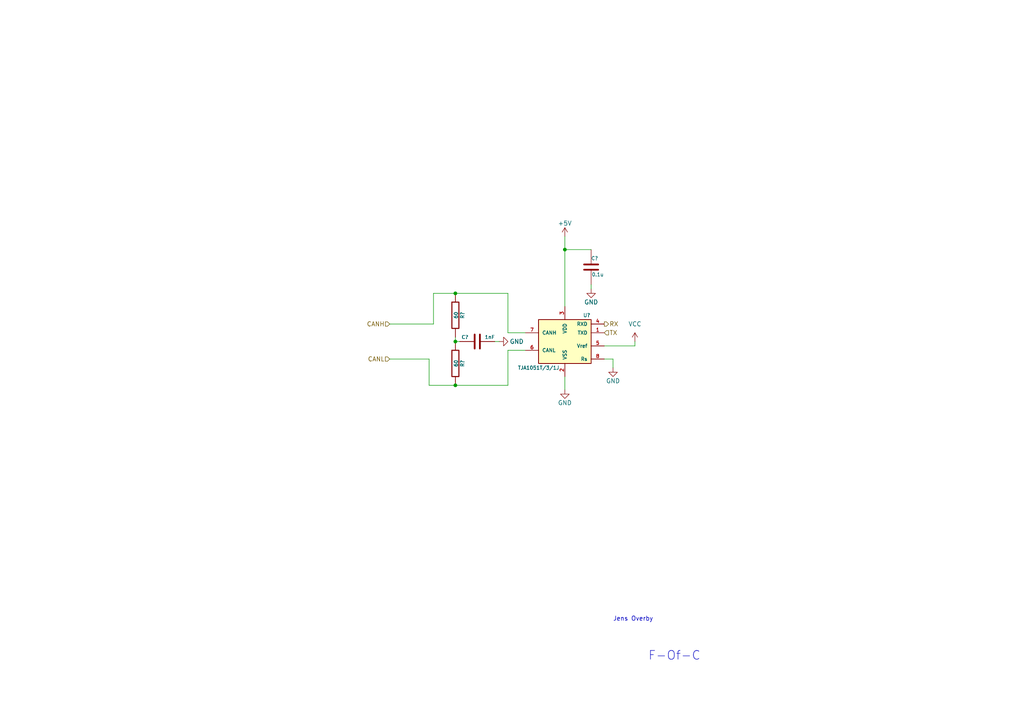
<source format=kicad_sch>
(kicad_sch (version 20211123) (generator eeschema)
  (paper "A4")
  (lib_symbols
    (symbol "BLDC_4-rescue:+5V" (power) (pin_names (offset 0))
      (property "Value" "+5V" (at 0 3.556 0))
      (symbol "+5V_0_1"
        (polyline (pts (xy -0.762 1.27) (xy 0 2.54)))
        (polyline (pts (xy 0 0) (xy 0 2.54)))
        (polyline (pts (xy 0 2.54) (xy 0.762 1.27)))
      )
      (symbol "+5V_1_1"
        (pin power_in line (at 0 0 90) (length 0) hide (name "+5V") (number "1"))
      )
    )
    (symbol "BLDC_4-rescue:C-RESCUE-BLDC_4" (pin_numbers hide) (pin_names (offset 0.254))
      (property "Reference" "C" (at 0 2.54 0))
      (property "Value" "C-RESCUE-BLDC_4" (at 0.1524 -2.159 0))
      (symbol "C-RESCUE-BLDC_4_0_1"
        (polyline (pts (xy -2.032 -0.762) (xy 2.032 -0.762)) (stroke (width 0.508)))
        (polyline (pts (xy -2.032 0.762) (xy 2.032 0.762)) (stroke (width 0.508)))
      )
      (symbol "C-RESCUE-BLDC_4_1_1"
        (pin passive line (at 0 5.08 270) (length 4.318) (name "~") (number "1"))
        (pin passive line (at 0 -5.08 90) (length 4.318) (name "~") (number "2"))
      )
    )
    (symbol "BLDC_4-rescue:MCP2551-I_SN-RESCUE-BLDC_4" (pin_names (offset 1.016))
      (property "Reference" "IC" (at -6.35 7.62 0))
      (property "Value" "MCP2551-I_SN-RESCUE-BLDC_4" (at 6.35 -7.62 0))
      (property "Footprint" "SO8" (at 0 0 0))
      (symbol "MCP2551-I_SN-RESCUE-BLDC_4_0_1"
        (rectangle (start -7.62 6.35) (end 7.62 -6.35) (stroke (width 0.254)) (fill (type background)))
      )
      (symbol "MCP2551-I_SN-RESCUE-BLDC_4_1_1"
        (pin input line (at -11.43 2.54 0) (length 3.81) (name "TXD") (number "1"))
        (pin power_in line (at 0 -10.16 90) (length 3.81) (name "VSS") (number "2"))
        (pin power_in line (at 0 10.16 270) (length 3.81) (name "VDD") (number "3"))
        (pin output line (at -11.43 5.08 0) (length 3.81) (name "RXD") (number "4"))
        (pin input line (at -11.43 -1.27 0) (length 3.81) (name "Vref") (number "5"))
        (pin bidirectional line (at 11.43 -2.54 180) (length 3.81) (name "CANL") (number "6"))
        (pin bidirectional line (at 11.43 2.54 180) (length 3.81) (name "CANH") (number "7"))
        (pin input line (at -11.43 -5.08 0) (length 3.81) (name "Rs") (number "8"))
      )
    )
    (symbol "BLDC_4-rescue:R-RESCUE-BLDC_4" (pin_numbers hide) (pin_names (offset 0))
      (property "Reference" "R" (at 2.032 0 90))
      (property "Value" "R-RESCUE-BLDC_4" (at 0.1778 0.0254 90))
      (symbol "R-RESCUE-BLDC_4_0_1"
        (rectangle (start -1.016 3.81) (end 1.016 -3.81) (stroke (width 0.3048)))
      )
      (symbol "R-RESCUE-BLDC_4_1_1"
        (pin passive line (at 0 6.35 270) (length 2.54) (name "~") (number "1"))
        (pin passive line (at 0 -6.35 90) (length 2.54) (name "~") (number "2"))
      )
    )
    (symbol "power:GND" (power) (pin_names (offset 0))
      (property "Value" "GND" (at 0 -3.81 0))
      (symbol "GND_0_1"
        (polyline (pts (xy 0 0) (xy 0 -1.27) (xy 1.27 -1.27) (xy 0 -2.54) (xy -1.27 -1.27) (xy 0 -1.27)))
      )
      (symbol "GND_1_1"
        (pin power_in line (at 0 0 270) (length 0) hide (name "GND") (number "1"))
      )
    )
    (symbol "power:VCC" (power) (pin_names (offset 0))
      (property "Value" "VCC" (at 0 3.81 0))
      (symbol "VCC_0_1"
        (polyline (pts (xy -0.762 1.27) (xy 0 2.54)))
        (polyline (pts (xy 0 0) (xy 0 2.54)))
        (polyline (pts (xy 0 2.54) (xy 0.762 1.27)))
      )
      (symbol "VCC_1_1"
        (pin power_in line (at 0 0 90) (length 0) hide (name "VCC") (number "1"))
      )
    )
  )
  (junction (at 132.08 85.09))
  (junction (at 132.08 111.76))
  (junction (at 163.83 72.39))
  (junction (at 132.08 99.06))
  (wire (pts (xy 184.15 100.33) (xy 184.15 99.06)))
  (wire (pts (xy 177.8 104.14) (xy 175.26 104.14)))
  (wire (pts (xy 163.83 68.58) (xy 163.83 72.39)))
  (wire (pts (xy 132.08 97.79) (xy 132.08 99.06)))
  (wire (pts (xy 171.45 82.55) (xy 171.45 83.82)))
  (wire (pts (xy 152.4 96.52) (xy 147.32 96.52)))
  (wire (pts (xy 171.45 72.39) (xy 163.83 72.39)))
  (wire (pts (xy 144.78 99.06) (xy 143.51 99.06)))
  (wire (pts (xy 133.35 99.06) (xy 132.08 99.06)))
  (wire (pts (xy 113.03 104.14) (xy 124.46 104.14)))
  (wire (pts (xy 175.26 100.33) (xy 184.15 100.33)))
  (wire (pts (xy 124.46 111.76) (xy 132.08 111.76)))
  (wire (pts (xy 177.8 106.68) (xy 177.8 104.14)))
  (wire (pts (xy 147.32 96.52) (xy 147.32 85.09)))
  (wire (pts (xy 147.32 111.76) (xy 132.08 111.76)))
  (wire (pts (xy 147.32 85.09) (xy 132.08 85.09)))
  (wire (pts (xy 147.32 101.6) (xy 147.32 111.76)))
  (wire (pts (xy 125.73 85.09) (xy 132.08 85.09)))
  (wire (pts (xy 113.03 93.98) (xy 125.73 93.98)))
  (wire (pts (xy 125.73 93.98) (xy 125.73 85.09)))
  (wire (pts (xy 124.46 104.14) (xy 124.46 111.76)))
  (wire (pts (xy 163.83 72.39) (xy 163.83 88.9)))
  (wire (pts (xy 147.32 101.6) (xy 152.4 101.6)))
  (wire (pts (xy 163.83 109.22) (xy 163.83 113.03)))
  (text "F-Of-C" (at 187.96 191.77 0) (effects (font (size 2.54 2.54)) (justify left bottom)))
  (text "Jens Overby" (at 177.8 180.34 0) (effects (font (size 1.27 1.27)) (justify left bottom)))
  (hierarchical_label "CANH" (shape input) (at 113.03 93.98 180))
  (hierarchical_label "CANL" (shape input) (at 113.03 104.14 180))
  (hierarchical_label "RX" (shape output) (at 175.26 93.98 0))
  (hierarchical_label "TX" (shape input) (at 175.26 96.52 0))
  (symbol (lib_id "BLDC_4-rescue:+5V") (at 163.83 68.58 0) (unit 1)
    (property "Reference" "#PWR?" (effects hide))
    (property "Value" "+5V" (at 163.83 64.77 0))
  )
  (symbol (lib_id "power:GND") (at 144.78 99.06 90) (unit 1)
    (property "Reference" "#PWR0123" (effects hide))
    (property "Value" "GND" (at 149.86 99.06 90))
  )
  (symbol (lib_id "BLDC_4-rescue:MCP2551-I_SN-RESCUE-BLDC_4") (at 163.83 99.06 0) (mirror y) (unit 1)
    (property "Reference" "U?" (at 170.18 91.44 0) (effects (font (size 1.016 1.016))))
    (property "Value" "TJA1051T/3/1J" (at 156.21 106.68 0) (effects (font (size 1.016 1.016))))
    (property "Footprint" "Package_SO:SOIC-8_3.9x4.9mm_P1.27mm" (effects hide))
  )
  (symbol (lib_id "BLDC_4-rescue:C-RESCUE-BLDC_4") (at 171.45 77.47 0) (unit 1)
    (property "Reference" "C?" (at 171.45 74.93 0) (effects (font (size 1.016 1.016)) (justify left)))
    (property "Value" "0.1u" (at 171.6024 79.629 0) (effects (font (size 1.016 1.016)) (justify left)))
    (property "Footprint" "Capacitor_SMD:C_0603_1608Metric" (effects hide))
  )
  (symbol (lib_id "BLDC_4-rescue:C-RESCUE-BLDC_4") (at 138.43 99.06 90) (unit 1)
    (property "Reference" "C?" (at 135.89 97.79 90) (effects (font (size 1.016 1.016)) (justify left)))
    (property "Value" "1nF" (at 143.51 97.79 90) (effects (font (size 1.016 1.016)) (justify left)))
    (property "Footprint" "Capacitor_SMD:C_0603_1608Metric" (effects hide))
  )
  (symbol (lib_id "power:VCC") (at 184.15 99.06 0) (unit 1)
    (property "Reference" "#PWR?" (effects hide))
    (property "Value" "VCC" (at 184.15 93.98 0))
  )
  (symbol (lib_id "power:GND") (at 171.45 83.82 0) (unit 1)
    (property "Reference" "#PWR0120" (effects hide))
    (property "Value" "GND" (at 171.45 87.63 0))
  )
  (symbol (lib_id "BLDC_4-rescue:R-RESCUE-BLDC_4") (at 132.08 105.41 0) (unit 1)
    (property "Reference" "R?" (at 134.112 105.41 90) (effects (font (size 1.016 1.016))))
    (property "Value" "60" (at 132.2578 105.3846 90) (effects (font (size 1.016 1.016))))
    (property "Footprint" "Resistor_SMD:R_0603_1608Metric" (effects hide))
  )
  (symbol (lib_id "BLDC_4-rescue:R-RESCUE-BLDC_4") (at 132.08 91.44 0) (unit 1)
    (property "Reference" "R?" (at 134.112 91.44 90) (effects (font (size 1.016 1.016))))
    (property "Value" "60" (at 132.2578 91.4146 90) (effects (font (size 1.016 1.016))))
    (property "Footprint" "Resistor_SMD:R_0603_1608Metric" (effects hide))
  )
  (symbol (lib_id "power:GND") (at 163.83 113.03 0) (unit 1)
    (property "Reference" "#PWR?" (effects hide))
    (property "Value" "GND" (at 163.83 116.84 0))
  )
  (symbol (lib_id "power:GND") (at 177.8 106.68 0) (unit 1)
    (property "Reference" "#PWR?" (effects hide))
    (property "Value" "GND" (at 177.8 110.49 0))
  )
)
</source>
